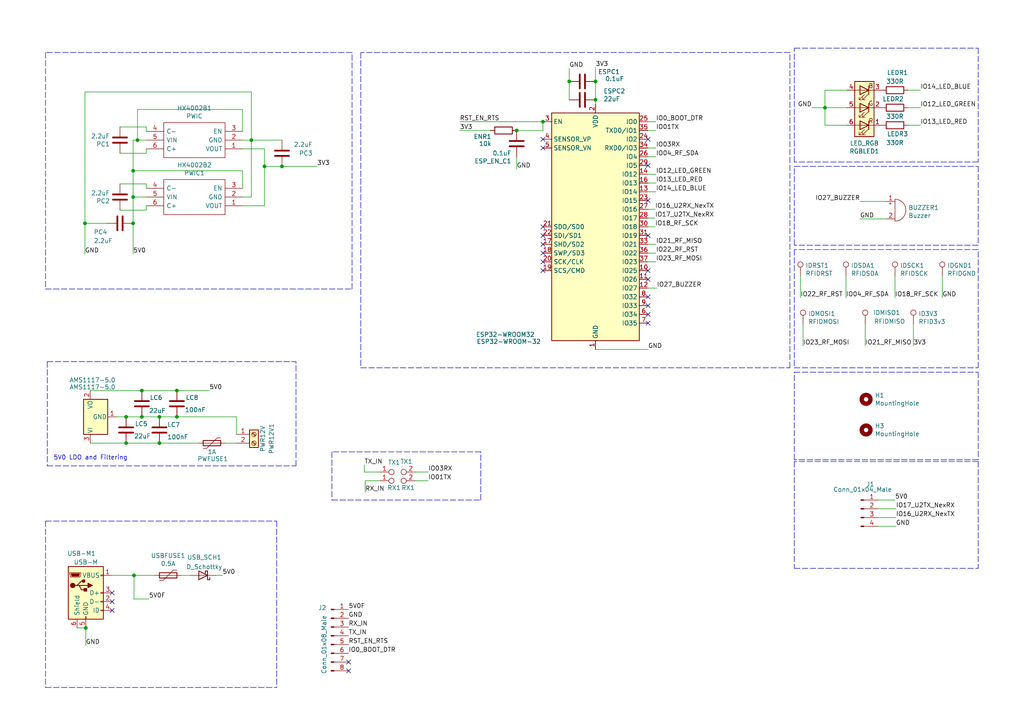
<source format=kicad_sch>
(kicad_sch (version 20211123) (generator eeschema)
  (paper "A4")
  (title_block (title "Wireless RFID NFC Contactless Card Reader - Board") (rev "2.3") (company "AeonLabs") (comment 1 "Copyright 2022"))
  (lib_symbols
    (symbol "Connector:Conn_01x04_Male" (pin_names (offset 1.016) hide)
      (property "Reference" "J" (at 0 5.08 0))
      (property "Value" "Conn_01x04_Male" (at 0 -7.62 0))
      (symbol "Conn_01x04_Male_1_1"
        (polyline (pts (xy 1.27 -5.08) (xy 0.8636 -5.08)) (stroke (width 0.1524)))
        (polyline (pts (xy 1.27 -2.54) (xy 0.8636 -2.54)) (stroke (width 0.1524)))
        (polyline (pts (xy 1.27 0) (xy 0.8636 0)) (stroke (width 0.1524)))
        (polyline (pts (xy 1.27 2.54) (xy 0.8636 2.54)) (stroke (width 0.1524)))
        (rectangle (start 0.8636 -4.953) (end 0 -5.207) (stroke (width 0.1524)) (fill (type outline)))
        (rectangle (start 0.8636 -2.413) (end 0 -2.667) (stroke (width 0.1524)) (fill (type outline)))
        (rectangle (start 0.8636 0.127) (end 0 -0.127) (stroke (width 0.1524)) (fill (type outline)))
        (rectangle (start 0.8636 2.667) (end 0 2.413) (stroke (width 0.1524)) (fill (type outline)))
        (pin passive line (at 5.08 2.54 180) (length 3.81) (name "Pin_1") (number "1"))
        (pin passive line (at 5.08 0 180) (length 3.81) (name "Pin_2") (number "2"))
        (pin passive line (at 5.08 -2.54 180) (length 3.81) (name "Pin_3") (number "3"))
        (pin passive line (at 5.08 -5.08 180) (length 3.81) (name "Pin_4") (number "4"))
      )
    )
    (symbol "Connector:Conn_01x08_Male" (pin_names (offset 1.016) hide)
      (property "Reference" "J" (at 0 10.16 0))
      (property "Value" "Conn_01x08_Male" (at 0 -12.7 0))
      (symbol "Conn_01x08_Male_1_1"
        (polyline (pts (xy 1.27 -10.16) (xy 0.8636 -10.16)) (stroke (width 0.1524)))
        (polyline (pts (xy 1.27 -7.62) (xy 0.8636 -7.62)) (stroke (width 0.1524)))
        (polyline (pts (xy 1.27 -5.08) (xy 0.8636 -5.08)) (stroke (width 0.1524)))
        (polyline (pts (xy 1.27 -2.54) (xy 0.8636 -2.54)) (stroke (width 0.1524)))
        (polyline (pts (xy 1.27 0) (xy 0.8636 0)) (stroke (width 0.1524)))
        (polyline (pts (xy 1.27 2.54) (xy 0.8636 2.54)) (stroke (width 0.1524)))
        (polyline (pts (xy 1.27 5.08) (xy 0.8636 5.08)) (stroke (width 0.1524)))
        (polyline (pts (xy 1.27 7.62) (xy 0.8636 7.62)) (stroke (width 0.1524)))
        (rectangle (start 0.8636 -10.033) (end 0 -10.287) (stroke (width 0.1524)) (fill (type outline)))
        (rectangle (start 0.8636 -7.493) (end 0 -7.747) (stroke (width 0.1524)) (fill (type outline)))
        (rectangle (start 0.8636 -4.953) (end 0 -5.207) (stroke (width 0.1524)) (fill (type outline)))
        (rectangle (start 0.8636 -2.413) (end 0 -2.667) (stroke (width 0.1524)) (fill (type outline)))
        (rectangle (start 0.8636 0.127) (end 0 -0.127) (stroke (width 0.1524)) (fill (type outline)))
        (rectangle (start 0.8636 2.667) (end 0 2.413) (stroke (width 0.1524)) (fill (type outline)))
        (rectangle (start 0.8636 5.207) (end 0 4.953) (stroke (width 0.1524)) (fill (type outline)))
        (rectangle (start 0.8636 7.747) (end 0 7.493) (stroke (width 0.1524)) (fill (type outline)))
        (pin passive line (at 5.08 7.62 180) (length 3.81) (name "Pin_1") (number "1"))
        (pin passive line (at 5.08 5.08 180) (length 3.81) (name "Pin_2") (number "2"))
        (pin passive line (at 5.08 2.54 180) (length 3.81) (name "Pin_3") (number "3"))
        (pin passive line (at 5.08 0 180) (length 3.81) (name "Pin_4") (number "4"))
        (pin passive line (at 5.08 -2.54 180) (length 3.81) (name "Pin_5") (number "5"))
        (pin passive line (at 5.08 -5.08 180) (length 3.81) (name "Pin_6") (number "6"))
        (pin passive line (at 5.08 -7.62 180) (length 3.81) (name "Pin_7") (number "7"))
        (pin passive line (at 5.08 -10.16 180) (length 3.81) (name "Pin_8") (number "8"))
      )
    )
    (symbol "Connector:Screw_Terminal_01x02" (pin_names (offset 1.016) hide)
      (property "Reference" "J" (at 0 2.54 0))
      (property "Value" "Screw_Terminal_01x02" (at 0 -5.08 0))
      (symbol "Screw_Terminal_01x02_1_1"
        (rectangle (start -1.27 1.27) (end 1.27 -3.81) (stroke (width 0.254)) (fill (type background)))
        (circle (center 0 -2.54) (radius 0.635) (stroke (width 0.1524)))
        (polyline (pts (xy -0.5334 -2.2098) (xy 0.3302 -3.048)) (stroke (width 0.1524)))
        (polyline (pts (xy -0.5334 0.3302) (xy 0.3302 -0.508)) (stroke (width 0.1524)))
        (polyline (pts (xy -0.3556 -2.032) (xy 0.508 -2.8702)) (stroke (width 0.1524)))
        (polyline (pts (xy -0.3556 0.508) (xy 0.508 -0.3302)) (stroke (width 0.1524)))
        (circle (center 0 0) (radius 0.635) (stroke (width 0.1524)))
        (pin passive line (at -5.08 0 0) (length 3.81) (name "Pin_1") (number "1"))
        (pin passive line (at -5.08 -2.54 0) (length 3.81) (name "Pin_2") (number "2"))
      )
    )
    (symbol "Connector:TestPoint" (pin_numbers hide) (pin_names (offset 0.762) hide)
      (property "Reference" "TP" (at 0 6.858 0))
      (property "Value" "TestPoint" (at 0 5.08 0))
      (symbol "TestPoint_0_1"
        (circle (center 0 3.302) (radius 0.762))
      )
      (symbol "TestPoint_1_1"
        (pin passive line (at 0 0 90) (length 2.54) (name "1") (number "1"))
      )
    )
    (symbol "Connector:TestPoint_2Pole" (pin_names (offset 0.762) hide)
      (property "Reference" "TP" (at 0 1.524 0))
      (property "Value" "TestPoint_2Pole" (at 0 -1.778 0))
      (symbol "TestPoint_2Pole_0_1"
        (circle (center -1.778 0) (radius 0.762))
        (circle (center 1.778 0) (radius 0.762))
        (pin passive line (at -5.08 0 0) (length 2.54) (name "1") (number "1"))
        (pin passive line (at 5.08 0 180) (length 2.54) (name "2") (number "2"))
      )
    )
    (symbol "Connector:USB_B_Micro" (pin_names (offset 1.016))
      (property "Reference" "J" (at -5.08 11.43 0))
      (property "Value" "USB_B_Micro" (at -5.08 8.89 0))
      (symbol "USB_B_Micro_0_1"
        (rectangle (start -5.08 -7.62) (end 5.08 7.62) (stroke (width 0.254)) (fill (type background)))
        (circle (center -3.81 2.159) (radius 0.635) (stroke (width 0.254)) (fill (type outline)))
        (circle (center -0.635 3.429) (radius 0.381) (stroke (width 0.254)) (fill (type outline)))
        (rectangle (start -0.127 -7.62) (end 0.127 -6.858))
        (polyline (pts (xy -1.905 2.159) (xy 0.635 2.159)) (stroke (width 0.254)))
        (polyline (pts (xy -3.175 2.159) (xy -2.54 2.159) (xy -1.27 3.429) (xy -0.635 3.429)) (stroke (width 0.254)))
        (polyline (pts (xy -2.54 2.159) (xy -1.905 2.159) (xy -1.27 0.889) (xy 0 0.889)) (stroke (width 0.254)))
        (polyline (pts (xy 0.635 2.794) (xy 0.635 1.524) (xy 1.905 2.159) (xy 0.635 2.794)) (stroke (width 0.254)) (fill (type outline)))
        (polyline (pts (xy -4.318 5.588) (xy -1.778 5.588) (xy -2.032 4.826) (xy -4.064 4.826) (xy -4.318 5.588)) (fill (type outline)))
        (polyline (pts (xy -4.699 5.842) (xy -4.699 5.588) (xy -4.445 4.826) (xy -4.445 4.572) (xy -1.651 4.572) (xy -1.651 4.826) (xy -1.397 5.588) (xy -1.397 5.842) (xy -4.699 5.842)))
        (rectangle (start 0.254 1.27) (end -0.508 0.508) (stroke (width 0.254)) (fill (type outline)))
        (rectangle (start 5.08 -5.207) (end 4.318 -4.953))
        (rectangle (start 5.08 -2.667) (end 4.318 -2.413))
        (rectangle (start 5.08 -0.127) (end 4.318 0.127))
        (rectangle (start 5.08 4.953) (end 4.318 5.207))
      )
      (symbol "USB_B_Micro_1_1"
        (pin power_out line (at 7.62 5.08 180) (length 2.54) (name "VBUS") (number "1"))
        (pin bidirectional line (at 7.62 -2.54 180) (length 2.54) (name "D-") (number "2"))
        (pin bidirectional line (at 7.62 0 180) (length 2.54) (name "D+") (number "3"))
        (pin passive line (at 7.62 -5.08 180) (length 2.54) (name "ID") (number "4"))
        (pin power_out line (at 0 -10.16 90) (length 2.54) (name "GND") (number "5"))
        (pin passive line (at -2.54 -10.16 90) (length 2.54) (name "Shield") (number "6"))
      )
    )
    (symbol "Device:Buzzer" (pin_names (offset 0.0254) hide)
      (property "Reference" "BZ" (at 3.81 1.27 0))
      (property "Value" "Buzzer" (at 3.81 -1.27 0))
      (symbol "Buzzer_0_1"
        (arc (start 0 -3.175) (mid 3.175 0) (end 0 3.175))
        (polyline (pts (xy -1.651 1.905) (xy -1.143 1.905)))
        (polyline (pts (xy -1.397 2.159) (xy -1.397 1.651)))
        (polyline (pts (xy 0 3.175) (xy 0 -3.175)))
      )
      (symbol "Buzzer_1_1"
        (pin passive line (at -2.54 2.54 0) (length 2.54) (name "-") (number "1"))
        (pin passive line (at -2.54 -2.54 0) (length 2.54) (name "+") (number "2"))
      )
    )
    (symbol "Device:C" (pin_numbers hide) (pin_names (offset 0.254))
      (property "Reference" "C" (at 0.635 2.54 0))
      (property "Value" "C" (at 0.635 -2.54 0))
      (symbol "C_0_1"
        (polyline (pts (xy -2.032 -0.762) (xy 2.032 -0.762)) (stroke (width 0.508)))
        (polyline (pts (xy -2.032 0.762) (xy 2.032 0.762)) (stroke (width 0.508)))
      )
      (symbol "C_1_1"
        (pin passive line (at 0 3.81 270) (length 2.794) (name "~") (number "1"))
        (pin passive line (at 0 -3.81 90) (length 2.794) (name "~") (number "2"))
      )
    )
    (symbol "Device:D_Schottky" (pin_numbers hide) (pin_names (offset 1.016) hide)
      (property "Reference" "D" (at 0 2.54 0))
      (property "Value" "D_Schottky" (at 0 -2.54 0))
      (symbol "D_Schottky_0_1"
        (polyline (pts (xy 1.27 0) (xy -1.27 0)))
        (polyline (pts (xy 1.27 1.27) (xy 1.27 -1.27) (xy -1.27 0) (xy 1.27 1.27)) (stroke (width 0.254)))
        (polyline (pts (xy -1.905 0.635) (xy -1.905 1.27) (xy -1.27 1.27) (xy -1.27 -1.27) (xy -0.635 -1.27) (xy -0.635 -0.635)) (stroke (width 0.254)))
      )
      (symbol "D_Schottky_1_1"
        (pin passive line (at -3.81 0 0) (length 2.54) (name "K") (number "1"))
        (pin passive line (at 3.81 0 180) (length 2.54) (name "A") (number "2"))
      )
    )
    (symbol "Device:LED_RGB" (pin_names (offset 0) hide)
      (property "Reference" "D" (at 0 9.398 0))
      (property "Value" "LED_RGB" (at 0 -8.89 0))
      (symbol "LED_RGB_0_0"
        (text "B" (at -1.905 -6.35 0) (effects (font (size 1.27 1.27))))
        (text "G" (at -1.905 -1.27 0) (effects (font (size 1.27 1.27))))
        (text "R" (at -1.905 3.81 0) (effects (font (size 1.27 1.27))))
      )
      (symbol "LED_RGB_0_1"
        (polyline (pts (xy -1.27 -5.08) (xy -2.54 -5.08)))
        (polyline (pts (xy -1.27 -5.08) (xy 1.27 -5.08)))
        (polyline (pts (xy -1.27 -3.81) (xy -1.27 -6.35)) (stroke (width 0.254)))
        (polyline (pts (xy -1.27 0) (xy -2.54 0)))
        (polyline (pts (xy -1.27 1.27) (xy -1.27 -1.27)) (stroke (width 0.254)))
        (polyline (pts (xy -1.27 5.08) (xy -2.54 5.08)))
        (polyline (pts (xy -1.27 5.08) (xy 1.27 5.08)))
        (polyline (pts (xy -1.27 6.35) (xy -1.27 3.81)) (stroke (width 0.254)))
        (polyline (pts (xy 1.27 -5.08) (xy 2.54 -5.08)))
        (polyline (pts (xy 1.27 0) (xy -1.27 0)))
        (polyline (pts (xy 1.27 0) (xy 2.54 0)))
        (polyline (pts (xy 1.27 5.08) (xy 2.54 5.08)))
        (polyline (pts (xy -1.27 1.27) (xy -1.27 -1.27) (xy -1.27 -1.27)))
        (polyline (pts (xy -1.27 6.35) (xy -1.27 3.81) (xy -1.27 3.81)))
        (polyline (pts (xy 1.27 -3.81) (xy 1.27 -6.35) (xy -1.27 -5.08) (xy 1.27 -3.81)) (stroke (width 0.254)))
        (polyline (pts (xy 1.27 1.27) (xy 1.27 -1.27) (xy -1.27 0) (xy 1.27 1.27)) (stroke (width 0.254)))
        (polyline (pts (xy 1.27 6.35) (xy 1.27 3.81) (xy -1.27 5.08) (xy 1.27 6.35)) (stroke (width 0.254)))
        (polyline (pts (xy -1.016 -3.81) (xy 0.508 -2.286) (xy -0.254 -2.286) (xy 0.508 -2.286) (xy 0.508 -3.048)))
        (polyline (pts (xy -1.016 1.27) (xy 0.508 2.794) (xy -0.254 2.794) (xy 0.508 2.794) (xy 0.508 2.032)))
        (polyline (pts (xy -1.016 6.35) (xy 0.508 7.874) (xy -0.254 7.874) (xy 0.508 7.874) (xy 0.508 7.112)))
        (polyline (pts (xy 0 -3.81) (xy 1.524 -2.286) (xy 0.762 -2.286) (xy 1.524 -2.286) (xy 1.524 -3.048)))
        (polyline (pts (xy 0 1.27) (xy 1.524 2.794) (xy 0.762 2.794) (xy 1.524 2.794) (xy 1.524 2.032)))
        (polyline (pts (xy 0 6.35) (xy 1.524 7.874) (xy 0.762 7.874) (xy 1.524 7.874) (xy 1.524 7.112)))
        (rectangle (start 1.27 -1.27) (end 1.27 1.27))
        (rectangle (start 1.27 1.27) (end 1.27 1.27))
        (rectangle (start 1.27 3.81) (end 1.27 6.35))
        (rectangle (start 1.27 6.35) (end 1.27 6.35))
        (rectangle (start 2.794 8.382) (end -2.794 -7.62) (stroke (width 0.254)) (fill (type background)))
      )
      (symbol "LED_RGB_1_1"
        (pin passive line (at -5.08 5.08 0) (length 2.54) (name "RK") (number "1"))
        (pin passive line (at -5.08 0 0) (length 2.54) (name "GK") (number "2"))
        (pin passive line (at -5.08 -5.08 0) (length 2.54) (name "BK") (number "3"))
        (pin passive line (at 5.08 -5.08 180) (length 2.54) (name "BA") (number "4"))
        (pin passive line (at 5.08 0 180) (length 2.54) (name "GA") (number "5"))
        (pin passive line (at 5.08 5.08 180) (length 2.54) (name "RA") (number "6"))
      )
    )
    (symbol "Device:Polyfuse" (pin_numbers hide) (pin_names (offset 0))
      (property "Reference" "F" (at -2.54 0 90))
      (property "Value" "Polyfuse" (at 2.54 0 90))
      (symbol "Polyfuse_0_1"
        (rectangle (start -0.762 2.54) (end 0.762 -2.54) (stroke (width 0.254)))
        (polyline (pts (xy 0 2.54) (xy 0 -2.54)))
        (polyline (pts (xy -1.524 2.54) (xy -1.524 1.524) (xy 1.524 -1.524) (xy 1.524 -2.54)))
      )
      (symbol "Polyfuse_1_1"
        (pin passive line (at 0 3.81 270) (length 1.27) (name "~") (number "1"))
        (pin passive line (at 0 -3.81 90) (length 1.27) (name "~") (number "2"))
      )
    )
    (symbol "Device:R" (pin_numbers hide) (pin_names (offset 0))
      (property "Reference" "R" (at 2.032 0 90))
      (property "Value" "R" (at 0 0 90))
      (symbol "R_0_1"
        (rectangle (start -1.016 -2.54) (end 1.016 2.54) (stroke (width 0.254)))
      )
      (symbol "R_1_1"
        (pin passive line (at 0 3.81 270) (length 1.27) (name "~") (number "1"))
        (pin passive line (at 0 -3.81 90) (length 1.27) (name "~") (number "2"))
      )
    )
    (symbol "HX4002:HX4002" (pin_names (offset 0.762))
      (property "Reference" "IC" (at 24.13 7.62 0))
      (property "Value" "HX4002_HX4002" (at 24.13 5.08 0))
      (symbol "HX4002_0_0"
        (pin passive line (at 0 0 0) (length 5.08) (name "VOUT") (number "1"))
        (pin passive line (at 0 -2.54 0) (length 5.08) (name "GND") (number "2"))
        (pin passive line (at 0 -5.08 0) (length 5.08) (name "EN") (number "3"))
        (pin passive line (at 27.94 -5.08 180) (length 5.08) (name "C-") (number "4"))
        (pin passive line (at 27.94 -2.54 180) (length 5.08) (name "VIN") (number "5"))
        (pin passive line (at 27.94 0 180) (length 5.08) (name "C+") (number "6"))
      )
      (symbol "HX4002_0_1"
        (polyline (pts (xy 5.08 2.54) (xy 22.86 2.54) (xy 22.86 -7.62) (xy 5.08 -7.62) (xy 5.08 2.54)) (stroke (width 0.1524)))
      )
    )
    (symbol "Mechanical:MountingHole" (pin_names (offset 1.016))
      (property "Reference" "H" (at 0 5.08 0))
      (property "Value" "MountingHole" (at 0 3.175 0))
      (symbol "MountingHole_0_1"
        (circle (center 0 0) (radius 1.27) (stroke (width 1.27)))
      )
    )
    (symbol "RF_Module:ESP32-WROOM-32"
      (property "Reference" "U" (at -12.7 34.29 0))
      (property "Value" "ESP32-WROOM-32" (at 1.27 34.29 0))
      (symbol "ESP32-WROOM-32_0_1"
        (rectangle (start -12.7 33.02) (end 12.7 -33.02) (stroke (width 0.254)) (fill (type background)))
      )
      (symbol "ESP32-WROOM-32_1_1"
        (pin power_in line (at 0 -35.56 90) (length 2.54) (name "GND") (number "1"))
        (pin bidirectional line (at 15.24 -12.7 180) (length 2.54) (name "IO25") (number "10"))
        (pin bidirectional line (at 15.24 -15.24 180) (length 2.54) (name "IO26") (number "11"))
        (pin bidirectional line (at 15.24 -17.78 180) (length 2.54) (name "IO27") (number "12"))
        (pin bidirectional line (at 15.24 10.16 180) (length 2.54) (name "IO14") (number "13"))
        (pin bidirectional line (at 15.24 15.24 180) (length 2.54) (name "IO12") (number "14"))
        (pin passive line (at 0 -35.56 90) (length 2.54) hide (name "GND") (number "15"))
        (pin bidirectional line (at 15.24 12.7 180) (length 2.54) (name "IO13") (number "16"))
        (pin bidirectional line (at -15.24 -5.08 0) (length 2.54) (name "SHD/SD2") (number "17"))
        (pin bidirectional line (at -15.24 -7.62 0) (length 2.54) (name "SWP/SD3") (number "18"))
        (pin bidirectional line (at -15.24 -12.7 0) (length 2.54) (name "SCS/CMD") (number "19"))
        (pin power_in line (at 0 35.56 270) (length 2.54) (name "VDD") (number "2"))
        (pin bidirectional line (at -15.24 -10.16 0) (length 2.54) (name "SCK/CLK") (number "20"))
        (pin bidirectional line (at -15.24 0 0) (length 2.54) (name "SDO/SD0") (number "21"))
        (pin bidirectional line (at -15.24 -2.54 0) (length 2.54) (name "SDI/SD1") (number "22"))
        (pin bidirectional line (at 15.24 7.62 180) (length 2.54) (name "IO15") (number "23"))
        (pin bidirectional line (at 15.24 25.4 180) (length 2.54) (name "IO2") (number "24"))
        (pin bidirectional line (at 15.24 30.48 180) (length 2.54) (name "IO0") (number "25"))
        (pin bidirectional line (at 15.24 20.32 180) (length 2.54) (name "IO4") (number "26"))
        (pin bidirectional line (at 15.24 5.08 180) (length 2.54) (name "IO16") (number "27"))
        (pin bidirectional line (at 15.24 2.54 180) (length 2.54) (name "IO17") (number "28"))
        (pin bidirectional line (at 15.24 17.78 180) (length 2.54) (name "IO5") (number "29"))
        (pin input line (at -15.24 30.48 0) (length 2.54) (name "EN") (number "3"))
        (pin bidirectional line (at 15.24 0 180) (length 2.54) (name "IO18") (number "30"))
        (pin bidirectional line (at 15.24 -2.54 180) (length 2.54) (name "IO19") (number "31"))
        (pin no_connect line (at -12.7 -27.94 0) (length 2.54) hide (name "NC") (number "32"))
        (pin bidirectional line (at 15.24 -5.08 180) (length 2.54) (name "IO21") (number "33"))
        (pin bidirectional line (at 15.24 22.86 180) (length 2.54) (name "RXD0/IO3") (number "34"))
        (pin bidirectional line (at 15.24 27.94 180) (length 2.54) (name "TXD0/IO1") (number "35"))
        (pin bidirectional line (at 15.24 -7.62 180) (length 2.54) (name "IO22") (number "36"))
        (pin bidirectional line (at 15.24 -10.16 180) (length 2.54) (name "IO23") (number "37"))
        (pin passive line (at 0 -35.56 90) (length 2.54) hide (name "GND") (number "38"))
        (pin passive line (at 0 -35.56 90) (length 2.54) hide (name "GND") (number "39"))
        (pin input line (at -15.24 25.4 0) (length 2.54) (name "SENSOR_VP") (number "4"))
        (pin input line (at -15.24 22.86 0) (length 2.54) (name "SENSOR_VN") (number "5"))
        (pin input line (at 15.24 -25.4 180) (length 2.54) (name "IO34") (number "6"))
        (pin input line (at 15.24 -27.94 180) (length 2.54) (name "IO35") (number "7"))
        (pin bidirectional line (at 15.24 -20.32 180) (length 2.54) (name "IO32") (number "8"))
        (pin bidirectional line (at 15.24 -22.86 180) (length 2.54) (name "IO33") (number "9"))
      )
    )
    (symbol "Regulator_Linear:AMS1117-5.0" (pin_names (offset 0.254))
      (property "Reference" "U" (at -3.81 3.175 0))
      (property "Value" "AMS1117-5.0" (at 0 3.175 0))
      (symbol "AMS1117-5.0_0_1"
        (rectangle (start -5.08 -5.08) (end 5.08 1.905) (stroke (width 0.254)) (fill (type background)))
      )
      (symbol "AMS1117-5.0_1_1"
        (pin power_in line (at 0 -7.62 90) (length 2.54) (name "GND") (number "1"))
        (pin power_out line (at 7.62 0 180) (length 2.54) (name "VO") (number "2"))
        (pin power_in line (at -7.62 0 0) (length 2.54) (name "VI") (number "3"))
      )
    )
  )
  (junction (at 38.608 49.53))
  (junction (at 39.878 40.64))
  (junction (at 51.308 113.284))
  (junction (at 76.708 48.26))
  (junction (at 41.148 113.284))
  (junction (at 38.608 57.15))
  (junction (at 46.228 120.904))
  (junction (at 172.72 23.622))
  (junction (at 46.228 128.524))
  (junction (at 51.308 120.904))
  (junction (at 41.148 120.904))
  (junction (at 157.48 35.306))
  (junction (at 36.576 120.904))
  (junction (at 38.862 166.878))
  (junction (at 239.268 31.242))
  (junction (at 149.86 37.846))
  (junction (at 165.1 23.622))
  (junction (at 38.608 64.77))
  (junction (at 81.788 48.26))
  (junction (at 172.72 28.956))
  (junction (at 36.576 128.524))
  (junction (at 72.898 40.64))
  (junction (at 24.892 182.118))
  (junction (at 24.638 64.77))
  (no_connect (at 157.48 65.786))
  (no_connect (at 32.512 174.498))
  (no_connect (at 32.512 171.958))
  (no_connect (at 187.96 68.326))
  (no_connect (at 187.96 91.186))
  (no_connect (at 101.092 192.024))
  (no_connect (at 101.092 194.564))
  (no_connect (at 157.48 78.486))
  (no_connect (at 187.96 58.166))
  (no_connect (at 187.96 40.386))
  (no_connect (at 157.48 75.946))
  (no_connect (at 157.48 73.406))
  (no_connect (at 187.96 48.006))
  (no_connect (at 187.96 86.106))
  (no_connect (at 187.96 81.026))
  (no_connect (at 157.48 70.866))
  (no_connect (at 157.48 42.926))
  (no_connect (at 157.48 40.386))
  (no_connect (at 157.48 68.326))
  (no_connect (at 187.96 78.486))
  (no_connect (at 32.512 177.038))
  (no_connect (at 187.96 88.646))
  (no_connect (at 187.96 93.726))
  (wire (pts (xy 68.58 125.984) (xy 68.58 120.904)))
  (wire (pts (xy 273.304 80.01) (xy 273.304 86.36)))
  (wire (pts (xy 42.418 53.34) (xy 34.798 53.34)))
  (wire (pts (xy 70.358 49.53) (xy 70.358 54.61)))
  (polyline (pts (xy 230.378 71.12) (xy 230.378 48.26)))
  (wire (pts (xy 263.398 26.162) (xy 266.954 26.162)))
  (wire (pts (xy 232.156 80.01) (xy 232.156 86.36)))
  (wire (pts (xy 187.96 73.406) (xy 190.246 73.406)))
  (wire (pts (xy 254.762 150.114) (xy 259.842 150.114)))
  (wire (pts (xy 254.762 145.034) (xy 259.588 145.034)))
  (wire (pts (xy 172.72 28.956) (xy 172.72 30.226)))
  (polyline (pts (xy 230.378 133.858) (xy 230.378 164.846)))
  (polyline (pts (xy 104.648 106.68) (xy 229.108 106.68)))
  (wire (pts (xy 263.398 36.322) (xy 266.954 36.322)))
  (wire (pts (xy 254.762 152.654) (xy 259.842 152.654)))
  (wire (pts (xy 65.278 128.524) (xy 68.58 128.524)))
  (polyline (pts (xy 229.108 106.68) (xy 229.108 15.24)))
  (polyline (pts (xy 283.718 72.39) (xy 230.378 72.39)))
  (polyline (pts (xy 13.208 151.13) (xy 80.264 151.13)))
  (wire (pts (xy 38.608 57.15) (xy 38.608 64.77)))
  (wire (pts (xy 39.878 31.75) (xy 70.358 31.75)))
  (wire (pts (xy 24.638 64.77) (xy 24.638 73.66)))
  (wire (pts (xy 187.96 35.306) (xy 190.246 35.306)))
  (wire (pts (xy 245.364 80.01) (xy 245.364 86.36)))
  (wire (pts (xy 239.268 31.242) (xy 235.458 31.242)))
  (wire (pts (xy 39.878 40.64) (xy 39.878 31.75)))
  (wire (pts (xy 38.608 49.53) (xy 38.608 40.64)))
  (wire (pts (xy 257.048 58.42) (xy 249.428 58.42)))
  (polyline (pts (xy 139.446 131.064) (xy 96.266 131.064)))
  (wire (pts (xy 24.638 26.67) (xy 24.638 64.77)))
  (wire (pts (xy 62.738 166.878) (xy 64.516 166.878)))
  (wire (pts (xy 36.576 120.904) (xy 41.148 120.904)))
  (wire (pts (xy 187.96 63.246) (xy 189.992 63.246)))
  (wire (pts (xy 26.162 113.284) (xy 41.148 113.284)))
  (polyline (pts (xy 230.378 46.99) (xy 230.378 13.97)))
  (wire (pts (xy 120.396 139.446) (xy 124.206 139.446)))
  (wire (pts (xy 105.664 136.906) (xy 110.236 136.906)))
  (polyline (pts (xy 230.378 106.68) (xy 283.718 106.68)))
  (wire (pts (xy 42.418 60.96) (xy 34.798 60.96)))
  (wire (pts (xy 70.358 31.75) (xy 70.358 38.1)))
  (wire (pts (xy 187.96 42.926) (xy 190.246 42.926)))
  (wire (pts (xy 172.72 23.622) (xy 172.72 28.956)))
  (polyline (pts (xy 102.108 83.82) (xy 102.108 15.24)))
  (polyline (pts (xy 13.716 104.902) (xy 13.716 135.128)))
  (wire (pts (xy 32.512 166.878) (xy 38.862 166.878)))
  (wire (pts (xy 22.352 182.118) (xy 24.892 182.118)))
  (wire (pts (xy 52.578 166.878) (xy 55.118 166.878)))
  (polyline (pts (xy 283.718 133.858) (xy 283.718 164.846)))
  (wire (pts (xy 76.708 59.69) (xy 70.358 59.69)))
  (wire (pts (xy 76.708 48.26) (xy 81.788 48.26)))
  (wire (pts (xy 70.358 40.64) (xy 72.898 40.64)))
  (wire (pts (xy 70.358 43.18) (xy 76.708 43.18)))
  (polyline (pts (xy 13.716 135.128) (xy 85.852 135.128)))
  (wire (pts (xy 42.418 36.83) (xy 34.798 36.83)))
  (wire (pts (xy 165.1 23.622) (xy 165.1 28.956)))
  (polyline (pts (xy 230.378 164.846) (xy 283.718 164.846)))
  (wire (pts (xy 187.96 55.626) (xy 190.246 55.626)))
  (polyline (pts (xy 283.718 46.99) (xy 230.378 46.99)))
  (wire (pts (xy 232.918 93.98) (xy 232.918 100.33)))
  (wire (pts (xy 187.96 70.866) (xy 190.246 70.866)))
  (wire (pts (xy 72.898 26.67) (xy 24.638 26.67)))
  (wire (pts (xy 187.96 37.846) (xy 190.246 37.846)))
  (polyline (pts (xy 230.378 133.35) (xy 230.378 107.95)))
  (wire (pts (xy 187.96 53.086) (xy 190.246 53.086)))
  (polyline (pts (xy 85.852 135.128) (xy 85.852 104.902)))
  (wire (pts (xy 172.72 19.558) (xy 172.72 23.622)))
  (wire (pts (xy 38.862 166.878) (xy 38.862 173.736)))
  (wire (pts (xy 120.396 136.906) (xy 124.206 136.906)))
  (wire (pts (xy 36.576 128.524) (xy 46.228 128.524)))
  (wire (pts (xy 38.862 166.878) (xy 44.958 166.878)))
  (wire (pts (xy 42.418 59.69) (xy 42.418 60.96)))
  (wire (pts (xy 51.308 120.904) (xy 68.58 120.904)))
  (polyline (pts (xy 13.208 199.39) (xy 80.264 199.39)))
  (wire (pts (xy 42.418 57.15) (xy 38.608 57.15)))
  (polyline (pts (xy 283.718 71.12) (xy 230.378 71.12)))
  (wire (pts (xy 105.918 139.446) (xy 110.236 139.446)))
  (wire (pts (xy 105.918 139.446) (xy 105.918 142.748)))
  (wire (pts (xy 250.952 93.98) (xy 250.952 100.33)))
  (wire (pts (xy 38.608 57.15) (xy 38.608 49.53)))
  (wire (pts (xy 187.96 75.946) (xy 190.246 75.946)))
  (wire (pts (xy 26.162 128.524) (xy 36.576 128.524)))
  (wire (pts (xy 38.608 73.66) (xy 38.608 64.77)))
  (polyline (pts (xy 230.378 107.95) (xy 283.718 107.95)))
  (polyline (pts (xy 229.108 15.24) (xy 104.648 15.24)))
  (wire (pts (xy 149.86 45.466) (xy 149.86 49.022)))
  (polyline (pts (xy 230.378 48.26) (xy 283.718 48.26)))
  (wire (pts (xy 24.892 187.198) (xy 24.892 182.118)))
  (wire (pts (xy 41.148 113.284) (xy 51.308 113.284)))
  (polyline (pts (xy 96.266 131.064) (xy 96.266 145.034)))
  (polyline (pts (xy 139.446 145.034) (xy 139.446 131.064)))
  (wire (pts (xy 133.35 35.306) (xy 157.48 35.306)))
  (wire (pts (xy 264.922 93.98) (xy 264.922 100.33)))
  (wire (pts (xy 187.96 60.706) (xy 189.992 60.706)))
  (wire (pts (xy 42.418 38.1) (xy 42.418 36.83)))
  (wire (pts (xy 38.608 40.64) (xy 39.878 40.64)))
  (wire (pts (xy 51.308 113.284) (xy 60.706 113.284)))
  (wire (pts (xy 42.418 44.45) (xy 34.798 44.45)))
  (wire (pts (xy 72.898 57.15) (xy 70.358 57.15)))
  (wire (pts (xy 157.48 35.306) (xy 157.48 37.846)))
  (wire (pts (xy 41.148 120.904) (xy 46.228 120.904)))
  (polyline (pts (xy 13.208 151.13) (xy 13.208 199.39)))
  (polyline (pts (xy 13.208 83.82) (xy 102.108 83.82)))
  (wire (pts (xy 76.708 48.26) (xy 76.708 59.69)))
  (polyline (pts (xy 102.108 15.24) (xy 13.208 15.24)))
  (wire (pts (xy 254.762 147.574) (xy 259.842 147.574)))
  (polyline (pts (xy 283.718 133.858) (xy 230.378 133.858)))
  (wire (pts (xy 105.664 134.874) (xy 105.664 136.906)))
  (polyline (pts (xy 104.648 15.24) (xy 104.648 106.68)))
  (wire (pts (xy 72.898 40.64) (xy 72.898 57.15)))
  (wire (pts (xy 259.588 80.01) (xy 259.588 86.36)))
  (wire (pts (xy 76.708 43.18) (xy 76.708 48.26)))
  (polyline (pts (xy 96.266 145.034) (xy 139.446 145.034)))
  (wire (pts (xy 72.898 26.67) (xy 72.898 40.64)))
  (polyline (pts (xy 283.718 133.35) (xy 230.378 133.35)))
  (polyline (pts (xy 283.718 107.95) (xy 283.718 133.35)))
  (polyline (pts (xy 283.718 106.68) (xy 283.718 72.39)))
  (wire (pts (xy 46.228 120.904) (xy 51.308 120.904)))
  (wire (pts (xy 38.608 49.53) (xy 70.358 49.53)))
  (wire (pts (xy 133.35 37.846) (xy 142.24 37.846)))
  (wire (pts (xy 33.782 120.904) (xy 36.576 120.904)))
  (polyline (pts (xy 230.378 13.97) (xy 283.718 13.97)))
  (wire (pts (xy 187.96 50.546) (xy 190.246 50.546)))
  (wire (pts (xy 46.228 128.524) (xy 57.658 128.524)))
  (wire (pts (xy 39.878 40.64) (xy 42.418 40.64)))
  (wire (pts (xy 72.898 40.64) (xy 81.788 40.64)))
  (wire (pts (xy 245.618 31.242) (xy 239.268 31.242)))
  (wire (pts (xy 81.788 48.26) (xy 91.948 48.26)))
  (wire (pts (xy 172.72 101.346) (xy 187.96 101.346)))
  (wire (pts (xy 245.618 36.322) (xy 239.268 36.322)))
  (wire (pts (xy 187.96 65.786) (xy 189.992 65.786)))
  (wire (pts (xy 42.418 43.18) (xy 42.418 44.45)))
  (wire (pts (xy 165.1 19.812) (xy 165.1 23.622)))
  (polyline (pts (xy 13.208 15.24) (xy 13.208 83.82)))
  (wire (pts (xy 38.862 173.736) (xy 43.18 173.736)))
  (wire (pts (xy 157.48 37.846) (xy 149.86 37.846)))
  (polyline (pts (xy 283.718 13.97) (xy 283.718 46.99)))
  (wire (pts (xy 239.268 31.242) (xy 239.268 26.162)))
  (wire (pts (xy 187.96 45.466) (xy 190.246 45.466)))
  (polyline (pts (xy 13.716 104.902) (xy 85.852 104.902)))
  (polyline (pts (xy 283.718 48.26) (xy 283.718 71.12)))
  (wire (pts (xy 263.398 31.242) (xy 266.954 31.242)))
  (polyline (pts (xy 80.264 151.13) (xy 80.264 199.39)))
  (polyline (pts (xy 230.378 72.39) (xy 230.378 106.68)))
  (wire (pts (xy 187.96 83.566) (xy 190.5 83.566)))
  (wire (pts (xy 257.048 63.5) (xy 249.428 63.5)))
  (wire (pts (xy 245.618 26.162) (xy 239.268 26.162)))
  (wire (pts (xy 239.268 36.322) (xy 239.268 31.242)))
  (wire (pts (xy 42.418 54.61) (xy 42.418 53.34)))
  (wire (pts (xy 30.988 64.77) (xy 24.638 64.77)))
  (text "5V0 LDO and Filtering\n" (at 15.494 133.604 0) (effects (font (size 1.27 1.27)) (justify left bottom)))
  (label "IO21_RF_MISO" (at 250.952 100.33 0))
  (label "GND" (at 187.96 101.346 0))
  (label "IO01TX" (at 124.206 139.446 0))
  (label "GND" (at 165.1 19.812 0))
  (label "5V0" (at 38.608 73.66 0))
  (label "GND" (at 235.458 31.242 180))
  (label "IO18_RF_SCK" (at 259.588 86.36 0))
  (label "RST_EN_RTS" (at 133.35 35.306 0))
  (label "IO22_RF_RST" (at 190.246 73.406 0))
  (label "RST_EN_RTS" (at 101.092 186.944 0))
  (label "IO14_LED_BLUE" (at 190.246 55.626 0))
  (label "IO0_BOOT_DTR" (at 101.092 189.484 0))
  (label "3V3" (at 264.922 100.33 0))
  (label "RX_IN" (at 101.092 181.864 0))
  (label "GND" (at 101.092 179.324 0))
  (label "IO03RX" (at 190.246 42.926 0))
  (label "GND" (at 149.86 49.022 0))
  (label "IO14_LED_BLUE" (at 266.954 26.162 0))
  (label "IO17_U2TX_NexRX" (at 259.842 147.574 0))
  (label "IO13_LED_RED" (at 190.246 53.086 0))
  (label "5V0F" (at 43.18 173.736 0))
  (label "GND" (at 24.638 73.66 0))
  (label "IO13_LED_RED" (at 266.954 36.322 0))
  (label "IO03RX" (at 124.206 136.906 0))
  (label "IO18_RF_SCK" (at 189.992 65.786 0))
  (label "GND" (at 273.304 86.36 0))
  (label "IO23_RF_MOSI" (at 232.918 100.33 0))
  (label "IO27_BUZZER" (at 190.5 83.566 0))
  (label "TX_IN" (at 101.092 184.404 0))
  (label "5V0" (at 259.588 145.034 0))
  (label "IO16_U2RX_NexTX" (at 259.842 150.114 0))
  (label "IO0_BOOT_DTR" (at 190.246 35.306 0))
  (label "GND" (at 259.842 152.654 0))
  (label "GND" (at 249.428 63.5 0))
  (label "RX_IN" (at 105.918 142.748 0))
  (label "IO12_LED_GREEN" (at 190.246 50.546 0))
  (label "3V3" (at 91.948 48.26 0))
  (label "5V0F" (at 101.092 176.784 0))
  (label "IO12_LED_GREEN" (at 266.954 31.242 0))
  (label "5V0" (at 60.706 113.284 0))
  (label "GND" (at 24.892 187.198 0))
  (label "IO17_U2TX_NexRX" (at 189.992 63.246 0))
  (label "IO23_RF_MOSI" (at 190.246 75.946 0))
  (label "5V0" (at 64.516 166.878 0))
  (label "IO16_U2RX_NexTX" (at 189.992 60.706 0))
  (label "IO04_RF_SDA" (at 245.364 86.36 0))
  (label "IO22_RF_RST" (at 232.156 86.36 0))
  (label "IO01TX" (at 190.246 37.846 0))
  (label "3V3" (at 172.72 19.558 0))
  (label "3V3" (at 133.35 37.846 0))
  (label "IO21_RF_MISO" (at 190.246 70.866 0))
  (label "IO27_BUZZER" (at 249.428 58.42 180))
  (label "IO04_RF_SDA" (at 190.246 45.466 0))
  (label "TX_IN" (at 105.664 134.874 0))
  (symbol (lib_id "HX4002:HX4002") (at 70.358 59.69 180) (unit 1)
    (property "Reference" "HX4002B2" (at 56.388 47.879 0))
    (property "Value" "PWIC1" (at 56.388 50.1904 0))
    (property "Footprint" "AeonLabs:HX4002 SOT95 P280X125-6N" (effects hide))
    (property "Datasheet" "http://www.jiecx.com/files856985665897965/productpdf/2013-7-5/545010255.pdf" (effects hide))
    (property "Description" "Low Noise Regulated Charge Pump in SOT23-6" (effects hide))
    (property "Height" "1.25" (effects hide))
    (property "Manufacturer_Name" "HEXIN" (effects hide))
    (property "Manufacturer_Part_Number" "HX4002" (effects hide))
  )
  (symbol (lib_id "Device:C") (at 34.798 57.15 180) (unit 1)
    (property "Reference" "PC2" (at 31.877 58.3184 0) (effects (justify left)))
    (property "Value" "2.2uF" (at 31.877 56.007 0) (effects (justify left)))
    (property "Footprint" "Capacitor_SMD:C_1206_3216Metric" (effects hide))
  )
  (symbol (lib_id "Device:R") (at 259.588 26.162 90) (unit 1)
    (property "Reference" "LEDR1" (at 263.398 21.082 90) (effects (justify left)))
    (property "Value" "330R" (at 262.128 23.622 90) (effects (justify left)))
    (property "Footprint" "Resistor_SMD:R_1206_3216Metric" (effects hide))
  )
  (symbol (lib_id "HX4002:HX4002") (at 70.358 43.18 180) (unit 1)
    (property "Reference" "HX4002B1" (at 56.388 31.369 0))
    (property "Value" "PWIC" (at 56.388 33.6804 0))
    (property "Footprint" "AeonLabs:HX4002 SOT95 P280X125-6N" (effects hide))
    (property "Datasheet" "http://www.jiecx.com/files856985665897965/productpdf/2013-7-5/545010255.pdf" (effects hide))
    (property "Description" "Low Noise Regulated Charge Pump in SOT23-6" (effects hide))
    (property "Height" "1.25" (effects hide))
    (property "Manufacturer_Name" "HEXIN" (effects hide))
    (property "Manufacturer_Part_Number" "HX4002" (effects hide))
  )
  (symbol (lib_id "Device:C") (at 34.798 64.77 270) (unit 1)
    (property "Reference" "PC4" (at 27.178 67.31 90) (effects (justify left)))
    (property "Value" "2.2uF" (at 27.178 69.85 90) (effects (justify left)))
    (property "Footprint" "Capacitor_SMD:C_1206_3216Metric" (effects hide))
  )
  (symbol (lib_id "Device:C") (at 81.788 44.45 180) (unit 1)
    (property "Reference" "PC3" (at 90.678 44.45 0) (effects (justify left)))
    (property "Value" "2.2uF" (at 90.678 41.91 0) (effects (justify left)))
    (property "Footprint" "Capacitor_SMD:C_1206_3216Metric" (effects hide))
  )
  (symbol (lib_id "Device:C") (at 34.798 40.64 180) (unit 1)
    (property "Reference" "PC1" (at 31.877 41.8084 0) (effects (justify left)))
    (property "Value" "2.2uF" (at 31.877 39.497 0) (effects (justify left)))
    (property "Footprint" "Capacitor_SMD:C_1206_3216Metric" (effects hide))
  )
  (symbol (lib_id "Device:R") (at 146.05 37.846 90) (unit 1)
    (property "Reference" "ENR1" (at 139.954 39.624 90))
    (property "Value" "10k" (at 140.716 41.656 90))
    (property "Footprint" "Resistor_SMD:R_1206_3216Metric" (effects hide))
  )
  (symbol (lib_id "Mechanical:MountingHole") (at 251.206 115.824 0) (unit 1)
    (property "Reference" "H1" (at 253.746 114.6556 0) (effects (justify left)))
    (property "Value" "MountingHole" (at 253.746 116.967 0) (effects (justify left)))
    (property "Footprint" "MountingHole:MountingHole_3.2mm_M3_DIN965" (effects hide))
  )
  (symbol (lib_id "Connector:USB_B_Micro") (at 24.892 171.958 0) (unit 1)
    (property "Reference" "USB-M1" (at 23.622 160.528 0))
    (property "Value" "USB-M" (at 24.892 163.068 0))
    (property "Footprint" "AeonLabs:Micro_USB_pcb_socket_5pin_4weld_points" (effects hide))
  )
  (symbol (lib_id "Device:LED_RGB") (at 250.698 31.242 180) (unit 1)
    (property "Reference" "RGBLED1" (at 250.698 43.8658 0))
    (property "Value" "LED_RGB" (at 250.698 41.5544 0))
    (property "Footprint" "LED_SMD:LED_RGB_5050-6" (effects hide))
  )
  (symbol (lib_id "Device:R") (at 259.588 36.322 90) (unit 1)
    (property "Reference" "LEDR3" (at 263.398 38.862 90) (effects (justify left)))
    (property "Value" "330R" (at 262.128 41.402 90) (effects (justify left)))
    (property "Footprint" "Resistor_SMD:R_1206_3216Metric" (effects hide))
  )
  (symbol (lib_id "Device:R") (at 259.588 31.242 90) (unit 1)
    (property "Reference" "LEDR2" (at 262.128 28.702 90) (effects (justify left)))
    (property "Value" "330R" (at 262.128 33.782 90) (effects (justify left)))
    (property "Footprint" "Resistor_SMD:R_1206_3216Metric" (effects hide))
  )
  (symbol (lib_id "Device:Buzzer") (at 259.588 60.96 0) (unit 1)
    (property "Reference" "BUZZER1" (at 263.4488 60.2234 0) (effects (justify left)))
    (property "Value" "Buzzer" (at 263.4488 62.5348 0) (effects (justify left)))
    (property "Footprint" "Buzzer_Beeper:MagneticBuzzer_Kobitone_254-EMB84Q-RO" (effects hide))
  )
  (symbol (lib_id "Connector:TestPoint") (at 232.156 80.01 0) (unit 1)
    (property "Reference" "IDRST1" (at 233.6292 77.0128 0) (effects (justify left)))
    (property "Value" "RFIDRST" (at 233.6292 79.3242 0) (effects (justify left)))
    (property "Footprint" "TestPoint:TestPoint_THTPad_2.0x2.0mm_Drill1.0mm" (effects hide))
  )
  (symbol (lib_id "Connector:TestPoint") (at 245.364 80.01 0) (unit 1)
    (property "Reference" "IDSDA1" (at 246.8372 77.0128 0) (effects (justify left)))
    (property "Value" "RFIDSDA" (at 246.8372 79.3242 0) (effects (justify left)))
    (property "Footprint" "TestPoint:TestPoint_THTPad_2.0x2.0mm_Drill1.0mm" (effects hide))
  )
  (symbol (lib_id "Connector:TestPoint") (at 259.588 80.01 0) (unit 1)
    (property "Reference" "IDSCK1" (at 261.0612 77.0128 0) (effects (justify left)))
    (property "Value" "RFIDSCK" (at 261.0612 79.3242 0) (effects (justify left)))
    (property "Footprint" "TestPoint:TestPoint_THTPad_2.0x2.0mm_Drill1.0mm" (effects hide))
  )
  (symbol (lib_id "Connector:TestPoint") (at 273.304 80.01 0) (unit 1)
    (property "Reference" "IDGND1" (at 274.7772 77.0128 0) (effects (justify left)))
    (property "Value" "RFIDGND" (at 274.7772 79.3242 0) (effects (justify left)))
    (property "Footprint" "TestPoint:TestPoint_THTPad_2.0x2.0mm_Drill1.0mm" (effects hide))
  )
  (symbol (lib_id "Connector:TestPoint") (at 232.918 93.98 0) (unit 1)
    (property "Reference" "IDMOSI1" (at 234.3912 90.9828 0) (effects (justify left)))
    (property "Value" "RFIDMOSI" (at 234.3912 93.2942 0) (effects (justify left)))
    (property "Footprint" "TestPoint:TestPoint_THTPad_2.0x2.0mm_Drill1.0mm" (effects hide))
  )
  (symbol (lib_id "Connector:TestPoint") (at 250.952 93.98 0) (unit 1)
    (property "Reference" "IDMISO1" (at 253.238 90.678 0) (effects (justify left)))
    (property "Value" "RFIDMISO" (at 253.492 93.218 0) (effects (justify left)))
    (property "Footprint" "TestPoint:TestPoint_THTPad_2.0x2.0mm_Drill1.0mm" (effects hide))
  )
  (symbol (lib_id "Connector:TestPoint") (at 264.922 93.98 0) (unit 1)
    (property "Reference" "ID3V3" (at 266.3952 90.9828 0) (effects (justify left)))
    (property "Value" "RFID3v3" (at 266.3952 93.2942 0) (effects (justify left)))
    (property "Footprint" "TestPoint:TestPoint_THTPad_2.0x2.0mm_Drill1.0mm" (effects hide))
  )
  (symbol (lib_id "RF_Module:ESP32-WROOM-32") (at 172.72 65.786 0) (unit 1)
    (property "Reference" "ESP32-WROOM32" (at 146.558 97.028 0))
    (property "Value" "ESP32-WROOM-32" (at 147.574 99.06 0))
    (property "Footprint" "RF_Module:ESP32-WROOM-32" (effects hide))
    (property "Datasheet" "https://www.espressif.com/sites/default/files/documentation/esp32-wroom-32_datasheet_en.pdf" (effects hide))
  )
  (symbol (lib_id "Device:Polyfuse") (at 48.768 166.878 270) (unit 1)
    (property "Reference" "USBFUSE1" (at 48.768 161.163 90))
    (property "Value" "0.5A" (at 48.768 163.4744 90))
    (property "Footprint" "Fuse:Fuse_1206_3216Metric" (effects hide))
  )
  (symbol (lib_id "Connector:Conn_01x04_Male") (at 249.682 147.574 0) (unit 1)
    (property "Reference" "J1" (at 252.4252 140.4366 0))
    (property "Value" "Conn_01x04_Male" (at 250.19 141.986 0))
    (property "Footprint" "Connector_PinHeader_2.54mm:PinHeader_1x04_P2.54mm_Vertical" (effects hide))
  )
  (symbol (lib_id "Mechanical:MountingHole") (at 251.206 124.714 0) (unit 1)
    (property "Reference" "H3" (at 253.746 123.5456 0) (effects (justify left)))
    (property "Value" "MountingHole" (at 253.746 125.857 0) (effects (justify left)))
    (property "Footprint" "MountingHole:MountingHole_3.2mm_M3_DIN965" (effects hide))
  )
  (symbol (lib_id "Device:Polyfuse") (at 61.468 128.524 270) (unit 1)
    (property "Reference" "PWFUSE1" (at 61.722 133.096 90))
    (property "Value" "1A" (at 61.468 131.064 90))
    (property "Footprint" "Fuse:Fuse_1206_3216Metric" (effects hide))
  )
  (symbol (lib_id "Device:C") (at 46.228 124.714 0) (unit 1)
    (property "Reference" "LC7" (at 48.514 123.19 0) (effects (justify left)))
    (property "Value" "100nF" (at 48.514 126.746 0) (effects (justify left)))
    (property "Footprint" "Capacitor_SMD:C_1206_3216Metric_Pad1.33x1.80mm_HandSolder" (effects hide))
  )
  (symbol (lib_id "Regulator_Linear:AMS1117-5.0") (at 26.162 120.904 90) (unit 1)
    (property "Reference" "AMS1117-5.0" (at 33.528 112.268 90) (effects (justify left)))
    (property "Value" "AMS1117-5.0" (at 33.528 110.236 90) (effects (justify left)))
    (property "Footprint" "Package_TO_SOT_SMD:SOT-223-3_TabPin2" (effects hide))
    (property "Datasheet" "http://www.advanced-monolithic.com/pdf/ds1117.pdf" (effects hide))
  )
  (symbol (lib_id "Device:C") (at 51.308 117.094 0) (unit 1)
    (property "Reference" "LC8" (at 53.848 115.316 0) (effects (justify left)))
    (property "Value" "100nF" (at 53.594 118.872 0) (effects (justify left)))
    (property "Footprint" "Capacitor_SMD:C_1206_3216Metric_Pad1.33x1.80mm_HandSolder" (effects hide))
  )
  (symbol (lib_id "Connector:TestPoint_2Pole") (at 115.316 139.446 0) (unit 1)
    (property "Reference" "RX1" (at 118.364 141.478 0))
    (property "Value" "RX1" (at 114.3 141.478 0))
    (property "Footprint" "TestPoint:TestPoint_Pad_Bridge_1.0x1.0mm" (effects hide))
  )
  (symbol (lib_id "Device:C") (at 168.91 28.956 270) (unit 1)
    (property "Reference" "ESPC2" (at 175.006 26.416 90) (effects (justify left)))
    (property "Value" "22uF" (at 175.006 28.702 90) (effects (justify left)))
    (property "Footprint" "Capacitor_SMD:C_1206_3216Metric" (effects hide))
  )
  (symbol (lib_id "Device:C") (at 168.91 23.622 270) (unit 1)
    (property "Reference" "ESPC1" (at 173.482 20.828 90) (effects (justify left)))
    (property "Value" "0.1uF" (at 175.514 22.86 90) (effects (justify left)))
    (property "Footprint" "Capacitor_SMD:C_1206_3216Metric" (effects hide))
  )
  (symbol (lib_id "Device:C") (at 36.576 124.714 0) (unit 1)
    (property "Reference" "LC5" (at 39.116 122.936 0) (effects (justify left)))
    (property "Value" "22uF" (at 38.862 126.492 0) (effects (justify left)))
    (property "Footprint" "Capacitor_SMD:C_1206_3216Metric_Pad1.33x1.80mm_HandSolder" (effects hide))
  )
  (symbol (lib_id "Connector:Conn_01x08_Male") (at 96.012 184.404 0) (unit 1)
    (property "Reference" "J2" (at 93.472 176.276 0))
    (property "Value" "Conn_01x08_Male" (at 93.98 186.944 90))
    (property "Footprint" "Connector:SOIC_clipProgSmall" (effects hide))
  )
  (symbol (lib_id "Connector:Screw_Terminal_01x02") (at 73.66 125.984 0) (unit 1)
    (property "Reference" "PWR12V1" (at 78.74 127.254 90))
    (property "Value" "PWR12V" (at 76.2 127.254 90))
    (property "Footprint" "TerminalBlock_4Ucon:TerminalBlock_4Ucon_1x02_P3.50mm_Vertical" (effects hide))
  )
  (symbol (lib_id "Connector:TestPoint_2Pole") (at 115.316 136.906 0) (unit 1)
    (property "Reference" "TX1" (at 114.3 134.112 0))
    (property "Value" "TX1" (at 117.856 133.858 0))
    (property "Footprint" "TestPoint:TestPoint_Pad_Bridge_1.0x1.0mm" (effects hide))
  )
  (symbol (lib_id "Device:C") (at 41.148 117.094 0) (unit 1)
    (property "Reference" "LC6" (at 43.434 115.316 0) (effects (justify left)))
    (property "Value" "22uF" (at 43.18 119.126 0) (effects (justify left)))
    (property "Footprint" "Capacitor_SMD:C_1206_3216Metric_Pad1.33x1.80mm_HandSolder" (effects hide))
  )
  (symbol (lib_id "Device:D_Schottky") (at 58.928 166.878 180) (unit 1)
    (property "Reference" "USB_SCH1" (at 59.2455 161.6415 0))
    (property "Value" "D_Schottky" (at 59.2455 164.4166 0))
    (property "Footprint" "Diode_SMD:D_1210_3225Metric_Pad1.42x2.65mm_HandSolder" (effects hide))
  )
  (symbol (lib_id "Device:C") (at 149.86 41.656 180) (unit 1)
    (property "Reference" "ESP_EN_C1" (at 148.336 46.736 0) (effects (justify left)))
    (property "Value" "0.1uF" (at 148.336 44.45 0) (effects (justify left)))
    (property "Footprint" "Capacitor_SMD:C_1206_3216Metric" (effects hide))
  )
)
</source>
